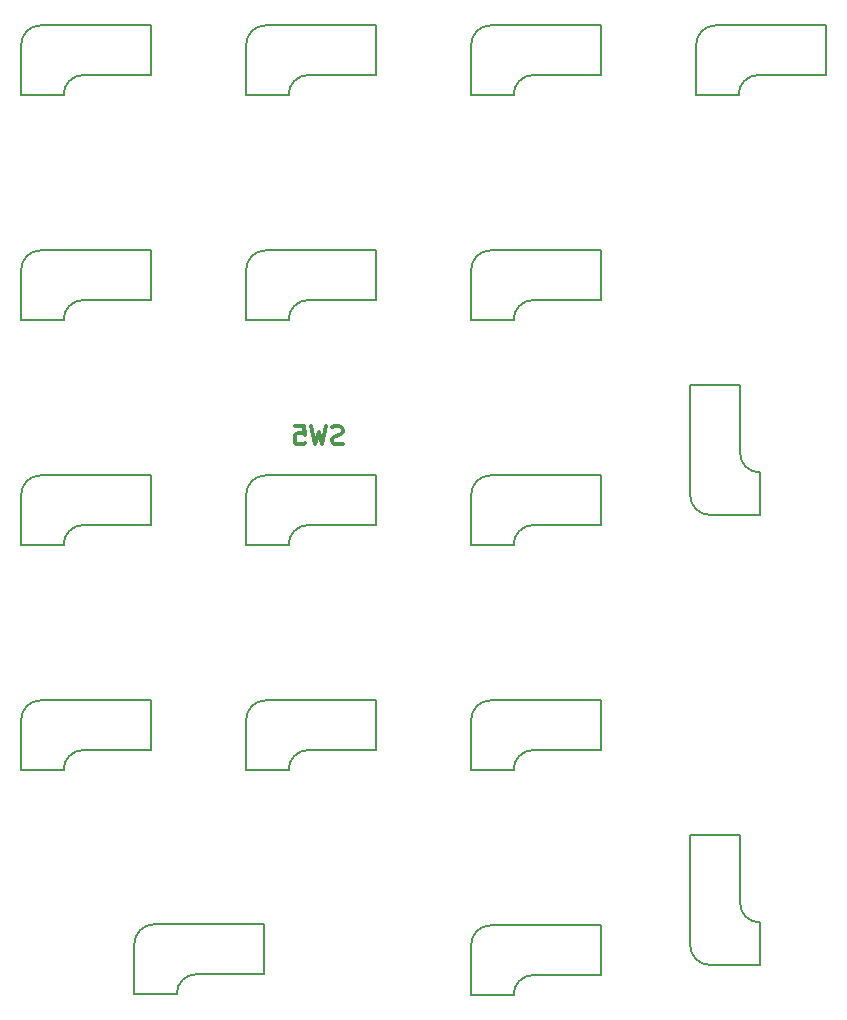
<source format=gbr>
%TF.GenerationSoftware,KiCad,Pcbnew,5.1.7-a382d34a8~88~ubuntu20.04.1*%
%TF.CreationDate,2021-03-29T23:27:39+02:00*%
%TF.ProjectId,discipad-pro,64697363-6970-4616-942d-70726f2e6b69,rev?*%
%TF.SameCoordinates,Original*%
%TF.FileFunction,Legend,Bot*%
%TF.FilePolarity,Positive*%
%FSLAX46Y46*%
G04 Gerber Fmt 4.6, Leading zero omitted, Abs format (unit mm)*
G04 Created by KiCad (PCBNEW 5.1.7-a382d34a8~88~ubuntu20.04.1) date 2021-03-29 23:27:39*
%MOMM*%
%LPD*%
G01*
G04 APERTURE LIST*
%ADD10C,0.150000*%
%ADD11C,0.304800*%
G04 APERTURE END LIST*
D10*
X169926000Y-119737000D02*
X169926000Y-114007000D01*
X165711000Y-123332000D02*
X165711000Y-114007000D01*
X165716000Y-114007000D02*
X169926000Y-114007000D01*
X167386000Y-125007000D02*
X171601000Y-125007000D01*
X171601000Y-125007000D02*
X171601000Y-121412000D01*
X171601000Y-121412000D02*
G75*
G02*
X169926000Y-119737000I0J1675000D01*
G01*
X167386000Y-125007000D02*
G75*
G02*
X165711000Y-123332000I0J1675000D01*
G01*
X123901000Y-125782000D02*
X129631000Y-125782000D01*
X120306000Y-121567000D02*
X129631000Y-121567000D01*
X129631000Y-121572000D02*
X129631000Y-125782000D01*
X118631000Y-123242000D02*
X118631000Y-127457000D01*
X118631000Y-127457000D02*
X122226000Y-127457000D01*
X122226000Y-127457000D02*
G75*
G02*
X123901000Y-125782000I1675000J0D01*
G01*
X118631000Y-123242000D02*
G75*
G02*
X120306000Y-121567000I1675000J0D01*
G01*
X169926000Y-81637000D02*
X169926000Y-75907000D01*
X165711000Y-85232000D02*
X165711000Y-75907000D01*
X165716000Y-75907000D02*
X169926000Y-75907000D01*
X167386000Y-86907000D02*
X171601000Y-86907000D01*
X171601000Y-86907000D02*
X171601000Y-83312000D01*
X171601000Y-83312000D02*
G75*
G02*
X169926000Y-81637000I0J1675000D01*
G01*
X167386000Y-86907000D02*
G75*
G02*
X165711000Y-85232000I0J1675000D01*
G01*
X152424000Y-125857000D02*
X158154000Y-125857000D01*
X148829000Y-121642000D02*
X158154000Y-121642000D01*
X158154000Y-121647000D02*
X158154000Y-125857000D01*
X147154000Y-123317000D02*
X147154000Y-127532000D01*
X147154000Y-127532000D02*
X150749000Y-127532000D01*
X150749000Y-127532000D02*
G75*
G02*
X152424000Y-125857000I1675000J0D01*
G01*
X147154000Y-123317000D02*
G75*
G02*
X148829000Y-121642000I1675000J0D01*
G01*
X152424000Y-106807000D02*
X158154000Y-106807000D01*
X148829000Y-102592000D02*
X158154000Y-102592000D01*
X158154000Y-102597000D02*
X158154000Y-106807000D01*
X147154000Y-104267000D02*
X147154000Y-108482000D01*
X147154000Y-108482000D02*
X150749000Y-108482000D01*
X150749000Y-108482000D02*
G75*
G02*
X152424000Y-106807000I1675000J0D01*
G01*
X147154000Y-104267000D02*
G75*
G02*
X148829000Y-102592000I1675000J0D01*
G01*
X133374000Y-106807000D02*
X139104000Y-106807000D01*
X129779000Y-102592000D02*
X139104000Y-102592000D01*
X139104000Y-102597000D02*
X139104000Y-106807000D01*
X128104000Y-104267000D02*
X128104000Y-108482000D01*
X128104000Y-108482000D02*
X131699000Y-108482000D01*
X131699000Y-108482000D02*
G75*
G02*
X133374000Y-106807000I1675000J0D01*
G01*
X128104000Y-104267000D02*
G75*
G02*
X129779000Y-102592000I1675000J0D01*
G01*
X114324000Y-106807000D02*
X120054000Y-106807000D01*
X110729000Y-102592000D02*
X120054000Y-102592000D01*
X120054000Y-102597000D02*
X120054000Y-106807000D01*
X109054000Y-104267000D02*
X109054000Y-108482000D01*
X109054000Y-108482000D02*
X112649000Y-108482000D01*
X112649000Y-108482000D02*
G75*
G02*
X114324000Y-106807000I1675000J0D01*
G01*
X109054000Y-104267000D02*
G75*
G02*
X110729000Y-102592000I1675000J0D01*
G01*
X152424000Y-87757000D02*
X158154000Y-87757000D01*
X148829000Y-83542000D02*
X158154000Y-83542000D01*
X158154000Y-83547000D02*
X158154000Y-87757000D01*
X147154000Y-85217000D02*
X147154000Y-89432000D01*
X147154000Y-89432000D02*
X150749000Y-89432000D01*
X150749000Y-89432000D02*
G75*
G02*
X152424000Y-87757000I1675000J0D01*
G01*
X147154000Y-85217000D02*
G75*
G02*
X148829000Y-83542000I1675000J0D01*
G01*
X133374000Y-87757000D02*
X139104000Y-87757000D01*
X129779000Y-83542000D02*
X139104000Y-83542000D01*
X139104000Y-83547000D02*
X139104000Y-87757000D01*
X128104000Y-85217000D02*
X128104000Y-89432000D01*
X128104000Y-89432000D02*
X131699000Y-89432000D01*
X131699000Y-89432000D02*
G75*
G02*
X133374000Y-87757000I1675000J0D01*
G01*
X128104000Y-85217000D02*
G75*
G02*
X129779000Y-83542000I1675000J0D01*
G01*
X114324000Y-87757000D02*
X120054000Y-87757000D01*
X110729000Y-83542000D02*
X120054000Y-83542000D01*
X120054000Y-83547000D02*
X120054000Y-87757000D01*
X109054000Y-85217000D02*
X109054000Y-89432000D01*
X109054000Y-89432000D02*
X112649000Y-89432000D01*
X112649000Y-89432000D02*
G75*
G02*
X114324000Y-87757000I1675000J0D01*
G01*
X109054000Y-85217000D02*
G75*
G02*
X110729000Y-83542000I1675000J0D01*
G01*
X152424000Y-68707000D02*
X158154000Y-68707000D01*
X148829000Y-64492000D02*
X158154000Y-64492000D01*
X158154000Y-64497000D02*
X158154000Y-68707000D01*
X147154000Y-66167000D02*
X147154000Y-70382000D01*
X147154000Y-70382000D02*
X150749000Y-70382000D01*
X150749000Y-70382000D02*
G75*
G02*
X152424000Y-68707000I1675000J0D01*
G01*
X147154000Y-66167000D02*
G75*
G02*
X148829000Y-64492000I1675000J0D01*
G01*
X133374000Y-68707000D02*
X139104000Y-68707000D01*
X129779000Y-64492000D02*
X139104000Y-64492000D01*
X139104000Y-64497000D02*
X139104000Y-68707000D01*
X128104000Y-66167000D02*
X128104000Y-70382000D01*
X128104000Y-70382000D02*
X131699000Y-70382000D01*
X131699000Y-70382000D02*
G75*
G02*
X133374000Y-68707000I1675000J0D01*
G01*
X128104000Y-66167000D02*
G75*
G02*
X129779000Y-64492000I1675000J0D01*
G01*
X114324000Y-68707000D02*
X120054000Y-68707000D01*
X110729000Y-64492000D02*
X120054000Y-64492000D01*
X120054000Y-64497000D02*
X120054000Y-68707000D01*
X109054000Y-66167000D02*
X109054000Y-70382000D01*
X109054000Y-70382000D02*
X112649000Y-70382000D01*
X112649000Y-70382000D02*
G75*
G02*
X114324000Y-68707000I1675000J0D01*
G01*
X109054000Y-66167000D02*
G75*
G02*
X110729000Y-64492000I1675000J0D01*
G01*
X171474000Y-49657000D02*
X177204000Y-49657000D01*
X167879000Y-45442000D02*
X177204000Y-45442000D01*
X177204000Y-45447000D02*
X177204000Y-49657000D01*
X166204000Y-47117000D02*
X166204000Y-51332000D01*
X166204000Y-51332000D02*
X169799000Y-51332000D01*
X169799000Y-51332000D02*
G75*
G02*
X171474000Y-49657000I1675000J0D01*
G01*
X166204000Y-47117000D02*
G75*
G02*
X167879000Y-45442000I1675000J0D01*
G01*
X152424000Y-49657000D02*
X158154000Y-49657000D01*
X148829000Y-45442000D02*
X158154000Y-45442000D01*
X158154000Y-45447000D02*
X158154000Y-49657000D01*
X147154000Y-47117000D02*
X147154000Y-51332000D01*
X147154000Y-51332000D02*
X150749000Y-51332000D01*
X150749000Y-51332000D02*
G75*
G02*
X152424000Y-49657000I1675000J0D01*
G01*
X147154000Y-47117000D02*
G75*
G02*
X148829000Y-45442000I1675000J0D01*
G01*
X133374000Y-49657000D02*
X139104000Y-49657000D01*
X129779000Y-45442000D02*
X139104000Y-45442000D01*
X139104000Y-45447000D02*
X139104000Y-49657000D01*
X128104000Y-47117000D02*
X128104000Y-51332000D01*
X128104000Y-51332000D02*
X131699000Y-51332000D01*
X131699000Y-51332000D02*
G75*
G02*
X133374000Y-49657000I1675000J0D01*
G01*
X128104000Y-47117000D02*
G75*
G02*
X129779000Y-45442000I1675000J0D01*
G01*
X114324000Y-49657000D02*
X120054000Y-49657000D01*
X110729000Y-45442000D02*
X120054000Y-45442000D01*
X120054000Y-45447000D02*
X120054000Y-49657000D01*
X109054000Y-47117000D02*
X109054000Y-51332000D01*
X109054000Y-51332000D02*
X112649000Y-51332000D01*
X112649000Y-51332000D02*
G75*
G02*
X114324000Y-49657000I1675000J0D01*
G01*
X109054000Y-47117000D02*
G75*
G02*
X110729000Y-45442000I1675000J0D01*
G01*
D11*
X136271000Y-80863857D02*
X136053285Y-80936428D01*
X135690428Y-80936428D01*
X135545285Y-80863857D01*
X135472714Y-80791285D01*
X135400142Y-80646142D01*
X135400142Y-80501000D01*
X135472714Y-80355857D01*
X135545285Y-80283285D01*
X135690428Y-80210714D01*
X135980714Y-80138142D01*
X136125857Y-80065571D01*
X136198428Y-79993000D01*
X136271000Y-79847857D01*
X136271000Y-79702714D01*
X136198428Y-79557571D01*
X136125857Y-79485000D01*
X135980714Y-79412428D01*
X135617857Y-79412428D01*
X135400142Y-79485000D01*
X134892142Y-79412428D02*
X134529285Y-80936428D01*
X134239000Y-79847857D01*
X133948714Y-80936428D01*
X133585857Y-79412428D01*
X132279571Y-79412428D02*
X133005285Y-79412428D01*
X133077857Y-80138142D01*
X133005285Y-80065571D01*
X132860142Y-79993000D01*
X132497285Y-79993000D01*
X132352142Y-80065571D01*
X132279571Y-80138142D01*
X132207000Y-80283285D01*
X132207000Y-80646142D01*
X132279571Y-80791285D01*
X132352142Y-80863857D01*
X132497285Y-80936428D01*
X132860142Y-80936428D01*
X133005285Y-80863857D01*
X133077857Y-80791285D01*
M02*

</source>
